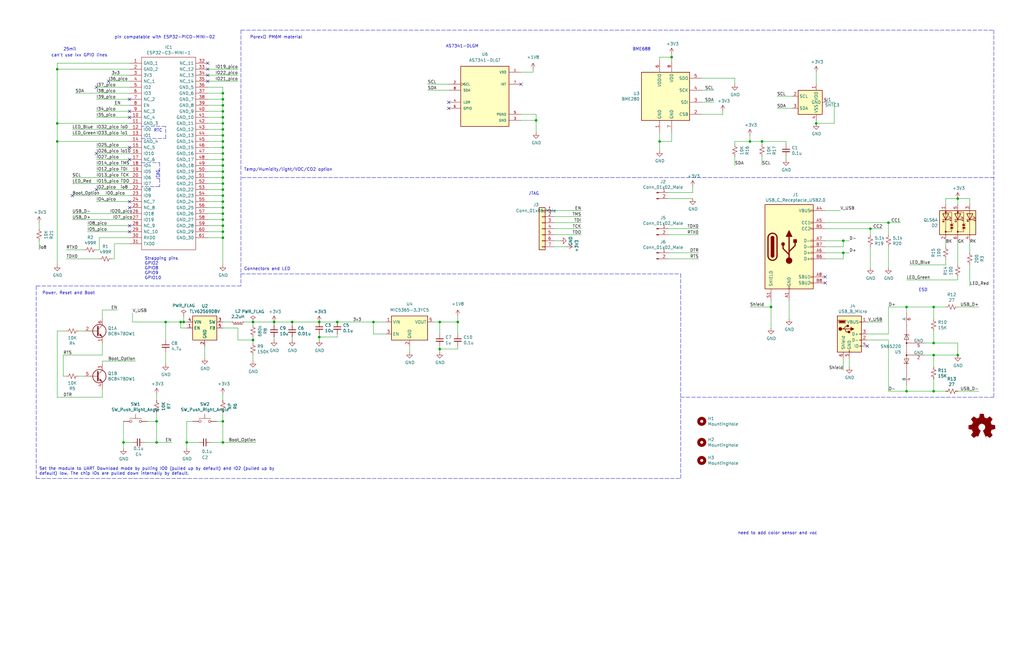
<source format=kicad_sch>
(kicad_sch (version 20211123) (generator eeschema)
  (paper "USLedger")
  (title_block (title "Twig - Temp and Humidity sensor") (date "2021-10-24") (rev "0.3") (company "Juniper Garden") (comment 1 "Designed by Lawrence Kincheloe") (comment 2 "Released under: https://creativecommons.org/licenses/by-sa/4.0/") (comment 3 "http://JuniperGarden.co"))
  (junction (at 93.98 74.93))
  (junction (at 76.2 135.89))
  (junction (at 93.98 72.39))
  (junction (at 24.13 52.07))
  (junction (at 93.98 177.8))
  (junction (at 393.7 165.1))
  (junction (at 382.27 165.1))
  (junction (at 24.13 29.21))
  (junction (at 193.04 135.89))
  (junction (at 93.98 52.07))
  (junction (at 66.04 186.69))
  (junction (at 52.07 186.69))
  (junction (at 374.65 93.98))
  (junction (at 93.98 186.69))
  (junction (at 278.13 59.69))
  (junction (at 93.98 57.15))
  (junction (at 185.42 147.32))
  (junction (at 134.62 135.89))
  (junction (at 403.86 83.82))
  (junction (at 393.7 129.54))
  (junction (at 93.98 85.09))
  (junction (at 93.98 82.55))
  (junction (at 93.98 97.79))
  (junction (at 157.48 135.89))
  (junction (at 93.98 59.69))
  (junction (at 106.68 143.51))
  (junction (at 344.17 52.07))
  (junction (at 69.85 135.89))
  (junction (at 93.98 46.99))
  (junction (at 93.98 41.91))
  (junction (at 393.7 144.78))
  (junction (at 93.98 44.45))
  (junction (at 93.98 69.85))
  (junction (at 403.86 149.86))
  (junction (at 325.12 129.54))
  (junction (at 115.57 135.89))
  (junction (at 321.31 59.69))
  (junction (at 93.98 95.25))
  (junction (at 93.98 49.53))
  (junction (at 93.98 92.71))
  (junction (at 77.47 135.89))
  (junction (at 93.98 90.17))
  (junction (at 93.98 87.63))
  (junction (at 367.03 96.52))
  (junction (at 142.24 135.89))
  (junction (at 93.98 39.37))
  (junction (at 316.23 59.69))
  (junction (at 78.74 186.69))
  (junction (at 93.98 77.47))
  (junction (at 283.21 24.13))
  (junction (at 355.6 101.6))
  (junction (at 106.68 135.89))
  (junction (at 134.62 142.24))
  (junction (at 185.42 135.89))
  (junction (at 355.6 106.68))
  (junction (at 93.98 100.33))
  (junction (at 123.19 135.89))
  (junction (at 393.7 149.86))
  (junction (at 93.98 62.23))
  (junction (at 24.13 59.69))
  (junction (at 93.98 80.01))
  (junction (at 93.98 64.77))
  (junction (at 226.06 50.8))
  (junction (at 66.04 177.8))
  (junction (at 93.98 54.61))
  (junction (at 93.98 67.31))
  (junction (at 382.27 129.54))
  (no_connect (at 87.63 34.29))
  (no_connect (at 45.72 34.29))
  (no_connect (at 54.61 41.91))
  (no_connect (at 54.61 95.25))
  (no_connect (at 347.98 119.38))
  (no_connect (at 54.61 49.53))
  (no_connect (at 87.63 26.67))
  (no_connect (at 54.61 87.63))
  (no_connect (at 54.61 46.99))
  (no_connect (at 347.98 116.84))
  (no_connect (at 54.61 97.79))
  (no_connect (at 189.23 45.72))
  (no_connect (at 219.71 35.56))
  (no_connect (at 189.23 43.18))
  (no_connect (at 54.61 62.23))
  (no_connect (at 54.61 85.09))
  (no_connect (at 87.63 31.75))
  (no_connect (at 365.76 146.05))
  (no_connect (at 40.64 80.01))
  (no_connect (at 30.48 82.55))
  (no_connect (at 40.64 64.77))
  (no_connect (at 40.64 36.83))
  (no_connect (at 87.63 29.21))
  (no_connect (at 54.61 67.31))
  (wire (pts (xy 398.78 86.36) (xy 398.78 83.82)))
  (wire (pts (xy 93.98 74.93) (xy 93.98 72.39)))
  (wire (pts (xy 93.98 54.61) (xy 93.98 52.07)))
  (wire (pts (xy 351.79 43.18) (xy 351.79 52.07)))
  (wire (pts (xy 389.89 144.78) (xy 393.7 144.78)))
  (wire (pts (xy 123.19 142.24) (xy 123.19 143.51)))
  (wire (pts (xy 193.04 147.32) (xy 185.42 147.32)))
  (wire (pts (xy 226.06 50.8) (xy 226.06 55.88)))
  (wire (pts (xy 26.67 149.86) (xy 43.18 149.86)))
  (wire (pts (xy 54.61 52.07) (xy 24.13 52.07)))
  (wire (pts (xy 87.63 44.45) (xy 93.98 44.45)))
  (wire (pts (xy 123.19 135.89) (xy 134.62 135.89)))
  (wire (pts (xy 142.24 142.24) (xy 134.62 142.24)))
  (wire (pts (xy 347.98 96.52) (xy 367.03 96.52)))
  (wire (pts (xy 40.64 85.09) (xy 54.61 85.09)))
  (wire (pts (xy 30.48 82.55) (xy 54.61 82.55)))
  (wire (pts (xy 106.68 143.51) (xy 106.68 144.78)))
  (wire (pts (xy 16.51 93.98) (xy 16.51 96.52)))
  (wire (pts (xy 351.79 52.07) (xy 344.17 52.07)))
  (polyline (pts (xy 69.85 58.42) (xy 69.85 53.34)))
  (wire (pts (xy 331.47 59.69) (xy 331.47 60.96)))
  (wire (pts (xy 87.63 87.63) (xy 93.98 87.63)))
  (wire (pts (xy 374.65 93.98) (xy 379.73 93.98)))
  (wire (pts (xy 106.68 137.16) (xy 106.68 135.89)))
  (wire (pts (xy 41.91 109.22) (xy 27.94 109.22)))
  (wire (pts (xy 87.63 69.85) (xy 93.98 69.85)))
  (wire (pts (xy 43.18 167.64) (xy 43.18 163.83)))
  (wire (pts (xy 33.02 158.75) (xy 35.56 158.75)))
  (wire (pts (xy 93.98 52.07) (xy 93.98 49.53)))
  (wire (pts (xy 40.64 46.99) (xy 54.61 46.99)))
  (wire (pts (xy 87.63 100.33) (xy 93.98 100.33)))
  (wire (pts (xy 185.42 135.89) (xy 193.04 135.89)))
  (wire (pts (xy 398.78 111.76) (xy 398.78 109.22)))
  (wire (pts (xy 48.26 102.87) (xy 48.26 109.22)))
  (wire (pts (xy 43.18 130.81) (xy 49.53 130.81)))
  (wire (pts (xy 398.78 104.14) (xy 398.78 101.6)))
  (wire (pts (xy 245.11 91.44) (xy 233.68 91.44)))
  (wire (pts (xy 40.64 36.83) (xy 54.61 36.83)))
  (wire (pts (xy 43.18 134.62) (xy 43.18 130.81)))
  (wire (pts (xy 76.2 135.89) (xy 77.47 135.89)))
  (wire (pts (xy 224.79 30.48) (xy 219.71 30.48)))
  (wire (pts (xy 283.21 24.13) (xy 283.21 25.4)))
  (wire (pts (xy 87.63 77.47) (xy 93.98 77.47)))
  (polyline (pts (xy 67.31 68.58) (xy 67.31 78.74)))
  (wire (pts (xy 193.04 146.05) (xy 193.04 147.32)))
  (wire (pts (xy 24.13 111.76) (xy 24.13 59.69)))
  (wire (pts (xy 87.63 31.75) (xy 100.33 31.75)))
  (wire (pts (xy 393.7 129.54) (xy 382.27 129.54)))
  (wire (pts (xy 309.88 60.96) (xy 309.88 59.69)))
  (wire (pts (xy 66.04 186.69) (xy 72.39 186.69)))
  (wire (pts (xy 93.98 39.37) (xy 93.98 36.83)))
  (wire (pts (xy 347.98 106.68) (xy 355.6 106.68)))
  (wire (pts (xy 86.36 151.13) (xy 86.36 146.05)))
  (wire (pts (xy 78.74 138.43) (xy 76.2 138.43)))
  (wire (pts (xy 87.63 67.31) (xy 93.98 67.31)))
  (wire (pts (xy 24.13 139.7) (xy 24.13 167.64)))
  (wire (pts (xy 193.04 133.35) (xy 193.04 135.89)))
  (wire (pts (xy 91.44 177.8) (xy 93.98 177.8)))
  (wire (pts (xy 115.57 142.24) (xy 115.57 143.51)))
  (wire (pts (xy 403.86 149.86) (xy 393.7 149.86)))
  (wire (pts (xy 219.71 48.26) (xy 226.06 48.26)))
  (wire (pts (xy 278.13 55.88) (xy 278.13 59.69)))
  (wire (pts (xy 283.21 24.13) (xy 278.13 24.13)))
  (wire (pts (xy 54.61 102.87) (xy 48.26 102.87)))
  (wire (pts (xy 66.04 173.99) (xy 66.04 177.8)))
  (wire (pts (xy 93.98 186.69) (xy 107.95 186.69)))
  (wire (pts (xy 367.03 96.52) (xy 372.11 96.52)))
  (wire (pts (xy 283.21 22.86) (xy 283.21 24.13)))
  (wire (pts (xy 60.96 186.69) (xy 66.04 186.69)))
  (wire (pts (xy 358.14 151.13) (xy 358.14 154.94)))
  (wire (pts (xy 30.48 90.17) (xy 54.61 90.17)))
  (wire (pts (xy 185.42 147.32) (xy 185.42 148.59)))
  (wire (pts (xy 93.98 111.76) (xy 93.98 100.33)))
  (wire (pts (xy 88.9 186.69) (xy 93.98 186.69)))
  (wire (pts (xy 100.33 138.43) (xy 100.33 143.51)))
  (wire (pts (xy 81.28 177.8) (xy 78.74 177.8)))
  (wire (pts (xy 281.94 81.28) (xy 292.1 81.28)))
  (wire (pts (xy 142.24 140.97) (xy 142.24 142.24)))
  (wire (pts (xy 292.1 78.74) (xy 292.1 81.28)))
  (wire (pts (xy 30.48 57.15) (xy 54.61 57.15)))
  (wire (pts (xy 172.72 146.05) (xy 172.72 148.59)))
  (wire (pts (xy 87.63 54.61) (xy 93.98 54.61)))
  (wire (pts (xy 403.86 83.82) (xy 408.94 83.82)))
  (wire (pts (xy 332.74 134.62) (xy 332.74 127)))
  (wire (pts (xy 40.64 67.31) (xy 54.61 67.31)))
  (wire (pts (xy 142.24 135.89) (xy 157.48 135.89)))
  (wire (pts (xy 309.88 33.02) (xy 309.88 35.56)))
  (wire (pts (xy 316.23 57.15) (xy 316.23 59.69)))
  (wire (pts (xy 309.88 66.04) (xy 309.88 69.85)))
  (wire (pts (xy 87.63 92.71) (xy 93.98 92.71)))
  (wire (pts (xy 245.11 93.98) (xy 233.68 93.98)))
  (wire (pts (xy 30.48 54.61) (xy 54.61 54.61)))
  (wire (pts (xy 87.63 72.39) (xy 93.98 72.39)))
  (wire (pts (xy 233.68 101.6) (xy 236.22 101.6)))
  (wire (pts (xy 157.48 140.97) (xy 157.48 135.89)))
  (wire (pts (xy 374.65 93.98) (xy 374.65 99.06)))
  (wire (pts (xy 54.61 59.69) (xy 24.13 59.69)))
  (wire (pts (xy 93.98 177.8) (xy 93.98 186.69)))
  (wire (pts (xy 54.61 26.67) (xy 24.13 26.67)))
  (wire (pts (xy 93.98 82.55) (xy 93.98 80.01)))
  (wire (pts (xy 40.64 69.85) (xy 54.61 69.85)))
  (wire (pts (xy 403.86 144.78) (xy 403.86 149.86)))
  (polyline (pts (xy 101.6 115.57) (xy 287.02 115.57)))
  (wire (pts (xy 93.98 77.47) (xy 93.98 74.93)))
  (wire (pts (xy 102.87 135.89) (xy 106.68 135.89)))
  (wire (pts (xy 78.74 177.8) (xy 78.74 186.69)))
  (wire (pts (xy 283.21 59.69) (xy 278.13 59.69)))
  (wire (pts (xy 185.42 146.05) (xy 185.42 147.32)))
  (wire (pts (xy 55.88 132.08) (xy 55.88 135.89)))
  (wire (pts (xy 87.63 52.07) (xy 93.98 52.07)))
  (wire (pts (xy 355.6 106.68) (xy 358.14 106.68)))
  (wire (pts (xy 389.89 149.86) (xy 393.7 149.86)))
  (wire (pts (xy 398.78 129.54) (xy 393.7 129.54)))
  (wire (pts (xy 134.62 135.89) (xy 142.24 135.89)))
  (wire (pts (xy 27.94 139.7) (xy 24.13 139.7)))
  (wire (pts (xy 40.64 41.91) (xy 54.61 41.91)))
  (wire (pts (xy 41.91 100.33) (xy 41.91 105.41)))
  (wire (pts (xy 283.21 55.88) (xy 283.21 59.69)))
  (wire (pts (xy 54.61 97.79) (xy 36.83 97.79)))
  (wire (pts (xy 344.17 52.07) (xy 344.17 50.8)))
  (wire (pts (xy 295.91 38.1) (xy 300.99 38.1)))
  (wire (pts (xy 233.68 104.14) (xy 238.76 104.14)))
  (wire (pts (xy 321.31 59.69) (xy 331.47 59.69)))
  (wire (pts (xy 355.6 101.6) (xy 347.98 101.6)))
  (polyline (pts (xy 69.85 53.34) (xy 59.69 53.34)))
  (wire (pts (xy 331.47 67.31) (xy 331.47 66.04)))
  (wire (pts (xy 100.33 143.51) (xy 106.68 143.51)))
  (wire (pts (xy 36.83 95.25) (xy 54.61 95.25)))
  (wire (pts (xy 87.63 80.01) (xy 93.98 80.01)))
  (wire (pts (xy 40.64 72.39) (xy 54.61 72.39)))
  (wire (pts (xy 115.57 135.89) (xy 106.68 135.89)))
  (wire (pts (xy 374.65 143.51) (xy 365.76 143.51)))
  (wire (pts (xy 78.74 186.69) (xy 78.74 189.23)))
  (wire (pts (xy 69.85 148.59) (xy 69.85 153.67)))
  (wire (pts (xy 382.27 118.11) (xy 403.86 118.11)))
  (wire (pts (xy 325.12 129.54) (xy 316.23 129.54)))
  (wire (pts (xy 245.11 96.52) (xy 233.68 96.52)))
  (polyline (pts (xy 419.1 74.93) (xy 101.6 74.93)))
  (wire (pts (xy 87.63 62.23) (xy 93.98 62.23)))
  (wire (pts (xy 374.65 140.97) (xy 365.76 140.97)))
  (wire (pts (xy 115.57 135.89) (xy 123.19 135.89)))
  (wire (pts (xy 355.6 109.22) (xy 355.6 106.68)))
  (wire (pts (xy 347.98 109.22) (xy 355.6 109.22)))
  (wire (pts (xy 309.88 59.69) (xy 316.23 59.69)))
  (wire (pts (xy 93.98 100.33) (xy 93.98 97.79)))
  (polyline (pts (xy 15.24 201.93) (xy 287.02 201.93)))
  (wire (pts (xy 93.98 46.99) (xy 93.98 44.45)))
  (wire (pts (xy 43.18 153.67) (xy 43.18 152.4)))
  (wire (pts (xy 87.63 57.15) (xy 93.98 57.15)))
  (wire (pts (xy 93.98 67.31) (xy 93.98 64.77)))
  (wire (pts (xy 295.91 48.26) (xy 304.8 48.26)))
  (polyline (pts (xy 15.24 120.65) (xy 15.24 201.93)))
  (wire (pts (xy 304.8 46.99) (xy 304.8 48.26)))
  (wire (pts (xy 83.82 186.69) (xy 78.74 186.69)))
  (wire (pts (xy 93.98 135.89) (xy 97.79 135.89)))
  (wire (pts (xy 66.04 177.8) (xy 66.04 186.69)))
  (wire (pts (xy 355.6 101.6) (xy 358.14 101.6)))
  (wire (pts (xy 245.11 99.06) (xy 233.68 99.06)))
  (wire (pts (xy 245.11 88.9) (xy 233.68 88.9)))
  (wire (pts (xy 278.13 24.13) (xy 278.13 25.4)))
  (wire (pts (xy 393.7 149.86) (xy 393.7 154.94)))
  (wire (pts (xy 349.25 43.18) (xy 351.79 43.18)))
  (wire (pts (xy 115.57 137.16) (xy 115.57 135.89)))
  (wire (pts (xy 180.34 35.56) (xy 189.23 35.56)))
  (wire (pts (xy 316.23 59.69) (xy 321.31 59.69)))
  (wire (pts (xy 321.31 66.04) (xy 321.31 69.85)))
  (wire (pts (xy 374.65 129.54) (xy 374.65 140.97)))
  (wire (pts (xy 77.47 135.89) (xy 78.74 135.89)))
  (polyline (pts (xy 287.02 167.64) (xy 419.1 167.64)))
  (wire (pts (xy 33.02 139.7) (xy 35.56 139.7)))
  (wire (pts (xy 281.94 96.52) (xy 294.64 96.52)))
  (wire (pts (xy 292.1 83.82) (xy 281.94 83.82)))
  (wire (pts (xy 69.85 135.89) (xy 76.2 135.89)))
  (wire (pts (xy 383.54 111.76) (xy 398.78 111.76)))
  (wire (pts (xy 93.98 49.53) (xy 93.98 46.99)))
  (wire (pts (xy 93.98 69.85) (xy 93.98 67.31)))
  (wire (pts (xy 157.48 135.89) (xy 162.56 135.89)))
  (wire (pts (xy 393.7 129.54) (xy 393.7 134.62)))
  (wire (pts (xy 54.61 34.29) (xy 45.72 34.29)))
  (wire (pts (xy 87.63 82.55) (xy 93.98 82.55)))
  (wire (pts (xy 69.85 143.51) (xy 69.85 135.89)))
  (wire (pts (xy 398.78 165.1) (xy 393.7 165.1)))
  (wire (pts (xy 278.13 63.5) (xy 278.13 59.69)))
  (wire (pts (xy 382.27 165.1) (xy 374.65 165.1)))
  (wire (pts (xy 374.65 104.14) (xy 374.65 113.03)))
  (wire (pts (xy 100.33 29.21) (xy 87.63 29.21)))
  (wire (pts (xy 76.2 138.43) (xy 76.2 135.89)))
  (wire (pts (xy 193.04 135.89) (xy 193.04 140.97)))
  (wire (pts (xy 100.33 34.29) (xy 87.63 34.29)))
  (wire (pts (xy 325.12 127) (xy 325.12 129.54)))
  (wire (pts (xy 54.61 49.53) (xy 40.64 49.53)))
  (wire (pts (xy 52.07 177.8) (xy 52.07 186.69)))
  (wire (pts (xy 62.23 177.8) (xy 66.04 177.8)))
  (wire (pts (xy 77.47 133.35) (xy 77.47 135.89)))
  (wire (pts (xy 321.31 60.96) (xy 321.31 59.69)))
  (wire (pts (xy 93.98 44.45) (xy 93.98 41.91)))
  (wire (pts (xy 185.42 135.89) (xy 185.42 140.97)))
  (wire (pts (xy 344.17 30.48) (xy 344.17 35.56)))
  (wire (pts (xy 87.63 97.79) (xy 93.98 97.79)))
  (wire (pts (xy 93.98 64.77) (xy 93.98 62.23)))
  (wire (pts (xy 325.12 129.54) (xy 325.12 138.43)))
  (wire (pts (xy 54.61 100.33) (xy 41.91 100.33)))
  (wire (pts (xy 374.65 165.1) (xy 374.65 143.51)))
  (wire (pts (xy 40.64 64.77) (xy 54.61 64.77)))
  (wire (pts (xy 43.18 149.86) (xy 43.18 144.78)))
  (polyline (pts (xy 59.69 58.42) (xy 69.85 58.42)))
  (wire (pts (xy 40.64 62.23) (xy 54.61 62.23)))
  (wire (pts (xy 27.94 158.75) (xy 26.67 158.75)))
  (wire (pts (xy 93.98 90.17) (xy 93.98 87.63)))
  (wire (pts (xy 226.06 48.26) (xy 226.06 50.8)))
  (wire (pts (xy 24.13 167.64) (xy 43.18 167.64)))
  (wire (pts (xy 403.86 118.11) (xy 403.86 116.84)))
  (wire (pts (xy 106.68 143.51) (xy 106.68 142.24)))
  (wire (pts (xy 41.91 105.41) (xy 40.64 105.41)))
  (wire (pts (xy 403.86 144.78) (xy 393.7 144.78)))
  (wire (pts (xy 382.27 129.54) (xy 374.65 129.54)))
  (wire (pts (xy 93.98 80.01) (xy 93.98 77.47)))
  (polyline (pts (xy 101.6 12.7) (xy 101.6 120.65)))
  (wire (pts (xy 87.63 64.77) (xy 93.98 64.77)))
  (wire (pts (xy 408.94 83.82) (xy 408.94 86.36)))
  (wire (pts (xy 93.98 87.63) (xy 93.98 85.09)))
  (wire (pts (xy 24.13 29.21) (xy 24.13 26.67)))
  (wire (pts (xy 87.63 85.09) (xy 93.98 85.09)))
  (wire (pts (xy 294.64 106.68) (xy 281.94 106.68)))
  (wire (pts (xy 30.48 77.47) (xy 54.61 77.47)))
  (wire (pts (xy 347.98 104.14) (xy 355.6 104.14)))
  (wire (pts (xy 403.86 129.54) (xy 412.75 129.54)))
  (wire (pts (xy 398.78 83.82) (xy 403.86 83.82)))
  (wire (pts (xy 93.98 62.23) (xy 93.98 59.69)))
  (wire (pts (xy 393.7 144.78) (xy 393.7 139.7)))
  (wire (pts (xy 367.03 104.14) (xy 367.03 113.03)))
  (wire (pts (xy 106.68 149.86) (xy 106.68 152.4)))
  (wire (pts (xy 219.71 50.8) (xy 226.06 50.8)))
  (wire (pts (xy 295.91 33.02) (xy 309.88 33.02)))
  (wire (pts (xy 367.03 96.52) (xy 367.03 99.06)))
  (wire (pts (xy 87.63 74.93) (xy 93.98 74.93)))
  (wire (pts (xy 134.62 142.24) (xy 134.62 143.51)))
  (polyline (pts (xy 101.6 120.65) (xy 15.24 120.65)))
  (wire (pts (xy 93.98 57.15) (xy 93.98 54.61)))
  (wire (pts (xy 31.75 39.37) (xy 54.61 39.37)))
  (wire (pts (xy 52.07 186.69) (xy 55.88 186.69)))
  (wire (pts (xy 412.75 165.1) (xy 403.86 165.1)))
  (wire (pts (xy 93.98 36.83) (xy 87.63 36.83)))
  (wire (pts (xy 54.61 29.21) (xy 24.13 29.21)))
  (wire (pts (xy 66.04 166.37) (xy 66.04 168.91)))
  (wire (pts (xy 87.63 39.37) (xy 93.98 39.37)))
  (wire (pts (xy 408.94 106.68) (xy 408.94 101.6)))
  (wire (pts (xy 382.27 129.54) (xy 382.27 132.08)))
  (wire (pts (xy 93.98 72.39) (xy 93.98 69.85)))
  (wire (pts (xy 182.88 135.89) (xy 185.42 135.89)))
  (wire (pts (xy 87.63 90.17) (xy 93.98 90.17)))
  (wire (pts (xy 134.62 140.97) (xy 134.62 142.24)))
  (wire (pts (xy 93.98 85.09) (xy 93.98 82.55)))
  (wire (pts (xy 347.98 88.9) (xy 354.33 88.9)))
  (polyline (pts (xy 287.02 115.57) (xy 287.02 201.93)))
  (wire (pts (xy 382.27 165.1) (xy 382.27 162.56)))
  (wire (pts (xy 46.99 109.22) (xy 48.26 109.22)))
  (wire (pts (xy 26.67 158.75) (xy 26.67 149.86)))
  (wire (pts (xy 327.66 40.64) (xy 334.01 40.64)))
  (wire (pts (xy 24.13 52.07) (xy 24.13 29.21)))
  (wire (pts (xy 87.63 49.53) (xy 93.98 49.53)))
  (wire (pts (xy 16.51 105.41) (xy 16.51 101.6)))
  (wire (pts (xy 355.6 104.14) (xy 355.6 101.6)))
  (wire (pts (xy 55.88 135.89) (xy 69.85 135.89)))
  (wire (pts (xy 30.48 74.93) (xy 54.61 74.93)))
  (wire (pts (xy 43.18 152.4) (xy 57.15 152.4)))
  (wire (pts (xy 27.94 105.41) (xy 35.56 105.41)))
  (wire (pts (xy 393.7 160.02) (xy 393.7 165.1)))
  (wire (pts (xy 347.98 93.98) (xy 374.65 93.98)))
  (wire (pts (xy 24.13 59.69) (xy 24.13 52.07)))
  (wire (pts (xy 54.61 44.45) (xy 48.26 44.45)))
  (wire (pts (xy 93.98 59.69) (xy 93.98 57.15)))
  (polyline (pts (xy 67.31 78.74) (xy 59.69 78.74)))
  (wire (pts (xy 327.66 45.72) (xy 334.01 45.72)))
  (polyline (pts (xy 59.69 68.58) (xy 67.31 68.58)))
  (wire (pts (xy 30.48 92.71) (xy 54.61 92.71)))
  (wire (pts (xy 93.98 97.79) (xy 93.98 95.25)))
  (wire (pts (xy 87.63 46.99) (xy 93.98 46.99)))
  (wire (pts (xy 403.86 83.82) (xy 403.86 86.36)))
  (wire (pts (xy 162.56 140.97) (xy 157.48 140.97)))
  (wire (pts (xy 408.94 111.76) (xy 408.94 120.65)))
  (wire (pts (xy 300.99 43.18) (xy 295.91 43.18)))
  (wire (pts (xy 46.99 31.75) (xy 54.61 31.75)))
  (wire (pts (xy 93.98 92.71) (xy 93.98 90.17)))
  (wire (pts (xy 123.19 135.89) (xy 123.19 137.16)))
  (wire (pts (xy 93.98 138.43) (xy 100.33 138.43)))
  (wire (pts (xy 281.94 109.22) (xy 294.64 109.22)))
  (wire (pts (xy 93.98 41.91) (xy 93.98 39.37)))
  (polyline (pts (xy 101.6 12.7) (xy 419.1 12.7)))
  (wire (pts (xy 93.98 166.37) (xy 93.98 168.91)))
  (wire (pts (xy 87.63 41.91) (xy 93.98 41.91)))
  (polyline (pts (xy 419.1 12.7) (xy 419.1 167.64)))
  (wire (pts (xy 40.64 80.01) (xy 54.61 80.01)))
  (wire (pts (xy 52.07 186.69) (xy 52.07 189.23)))
  (wire (pts (xy 365.76 135.89) (xy 372.11 135.89)))
  (wire (pts (xy 393.7 165.1) (xy 382.27 165.1)))
  (wire (pts (xy 87.63 59.69) (xy 93.98 59.69)))
  (wire (pts (xy 93.98 95.25) (xy 93.98 92.71)))
  (wire (pts (xy 180.34 38.1) (xy 189.23 38.1)))
  (wire (pts (xy 294.64 99.06) (xy 281.94 99.06)))
  (wire (pts (xy 355.6 151.13) (xy 355.6 156.21)))
  (wire (pts (xy 224.79 29.21) (xy 224.79 30.48)))
  (wire (pts (xy 87.63 95.25) (xy 93.98 95.25)))
  (wire (pts (xy 403.86 101.6) (xy 403.86 111.76)))
  (wire (pts (xy 93.98 177.8) (xy 93.98 173.99)))
  (text "AS7341-DLGM" (at 187.96 20.32 0) (effects (font (size 1.27 1.27)) (justify left bottom)))
  (text "BME688" (at 266.7 21.59 0) (effects (font (size 1.27 1.27)) (justify left bottom)))
  (text "ESD " (at 387.35 123.19 0) (effects (font (size 1.27 1.27)) (justify left bottom)))
  (text "need to add color sensor and voc\n\n		" (at 311.15 229.87 0) (effects (font (size 1.27 1.27)) (justify left bottom)))
  (text "JTAG\n" (at 227.33 82.55 180) (effects (font (size 1.27 1.27)) (justify right bottom)))
  (text "Set the module to UART Download mode by pulling IO0 (pulled up by default) and IO2 (pulled up by\ndefault) low. The chip IOs are pulled down internally by default." (at 16.51 200.66 0) (effects (font (size 1.27 1.27)) (justify left bottom)))
  (text "pin compatable with ESP32-PICO-MINI-02" (at 48.26 16.51 0) (effects (font (size 1.27 1.27)) (justify left bottom)))
  (text "Power, Reset and Boot" (at 17.78 124.46 0) (effects (font (size 1.27 1.27)) (justify left bottom)))
  (text "25mil" (at 26.67 21.59 0) (effects (font (size 1.27 1.27)) (justify left bottom)))
  (text "Strapping pins\nGPIO2\nGPIO8\nGPIO9\nGPIO10\n" (at 60.96 118.11 0) (effects (font (size 1.27 1.27)) (justify left bottom)))
  (text "Connectors and LED" (at 102.87 114.3 0) (effects (font (size 1.27 1.27)) (justify left bottom)))
  (text "RTC\n" (at 64.77 55.88 0) (effects (font (size 1.27 1.27)) (justify left bottom)))
  (text "JTAG\n" (at 67.31 76.2 90) (effects (font (size 1.27 1.27)) (justify left bottom)))
  (text "Temp/Humidity/light/VOC/CO2 option" (at 102.87 72.39 0) (effects (font (size 1.27 1.27)) (justify left bottom)))
  (text "Porex™ PM6M material\n" (at 105.41 16.51 0) (effects (font (size 1.27 1.27)) (justify left bottom)))
  (text "can't use Ixx GPIO lines" (at 21.59 24.13 0) (effects (font (size 1.27 1.27)) (justify left bottom)))
  (label "D-" (at 374.65 165.1 0))
  (label "V_USB" (at 354.33 88.9 0))
  (label "LED_Red" (at 408.94 120.65 0))
  (label "I38_pico" (at 40.64 39.37 0))
  (label "CC2" (at 372.11 96.52 180))
  (label "IO5_pico" (at 36.83 97.79 0))
  (label "I37_pico" (at 40.64 36.83 0))
  (label "I34_pico" (at 40.64 46.99 0))
  (label "IO22_pico" (at 100.33 31.75 180))
  (label "LED_Green" (at 30.48 57.15 0))
  (label "IO7_pico" (at 55.88 92.71 180))
  (label "SDA" (at 327.66 45.72 0))
  (label "IO32_pico" (at 40.64 54.61 0))
  (label "io10" (at 50.8 64.77 0))
  (label "BK" (at 398.78 102.87 0))
  (label "CC1" (at 379.73 93.98 180))
  (label "IO25_pico" (at 40.64 62.23 0))
  (label "Shield" (at 316.23 129.54 0))
  (label "TDO" (at 50.8 77.47 0))
  (label "IO4_pico" (at 40.64 85.09 0))
  (label "USB_D+" (at 30.48 92.71 0))
  (label "USB_D-" (at 412.75 165.1 180))
  (label "EN" (at 48.26 44.45 0))
  (label "EN" (at 72.39 186.69 180))
  (label "IO12_pico" (at 40.64 72.39 0))
  (label "Shield" (at 355.6 156.21 180))
  (label "IO8_pico" (at 36.83 95.25 0))
  (label "GK" (at 403.86 102.87 0))
  (label "SDA" (at 300.99 43.18 180))
  (label "RTS" (at 294.64 109.22 180))
  (label "LED_Blue" (at 30.48 54.61 0))
  (label "IO13_pico" (at 40.64 74.93 0))
  (label "USB_D+" (at 412.75 129.54 180))
  (label "io8" (at 50.8 80.01 0))
  (label "TCK" (at 245.11 96.52 180))
  (label "LED_Blue" (at 383.54 111.76 0))
  (label "IO0_pico" (at 44.45 82.55 0))
  (label "SCL" (at 327.66 40.64 0))
  (label "SDA" (at 180.34 38.1 0))
  (label "I35_pico" (at 40.64 49.53 0))
  (label "3v3" (at 46.99 31.75 0))
  (label "SCL" (at 321.31 69.85 0))
  (label "SCL" (at 30.48 74.93 0))
  (label "USB_D-" (at 30.48 90.17 0))
  (label "IO26_pico" (at 40.64 64.77 0))
  (label "RTX0" (at 27.94 105.41 0))
  (label "IO19_pico" (at 100.33 29.21 180))
  (label "IO14_pico" (at 40.64 69.85 0))
  (label "TDX0" (at 27.94 109.22 0))
  (label "LED_Green" (at 382.27 118.11 0))
  (label "io0" (at 50.8 54.61 0))
  (label "IO2_pico" (at 40.64 80.01 0))
  (label "EN" (at 49.53 130.81 180))
  (label "D+" (at 358.14 106.68 0))
  (label "RTX0" (at 294.64 99.06 180))
  (label "V_USB" (at 55.88 132.08 0))
  (label "RK" (at 408.94 102.87 0))
  (label "Boot_Option" (at 57.15 152.4 180))
  (label "EN" (at 245.11 88.9 180))
  (label "IO27_pico" (at 40.64 67.31 0))
  (label "SCL" (at 180.34 35.56 0))
  (label "TDX0" (at 294.64 96.52 180))
  (label "V_USB" (at 372.11 135.89 180))
  (label "D-" (at 358.14 101.6 0))
  (label "SCL" (at 300.99 38.1 180))
  (label "DTR" (at 294.64 106.68 180))
  (label "IO33_pico" (at 40.64 57.15 0))
  (label "I36_pico" (at 45.72 34.29 0))
  (label "io1" (at 50.8 57.15 0))
  (label "IO20_pico" (at 55.88 90.17 180))
  (label "I39_pico" (at 40.64 41.91 0))
  (label "Boot_Option" (at 30.48 82.55 0))
  (label "3v3" (at 152.4 135.89 180))
  (label "TDI" (at 245.11 93.98 180))
  (label "TDI" (at 50.8 72.39 0))
  (label "TMS" (at 245.11 91.44 180))
  (label "RTS" (at 26.67 149.86 0))
  (label "Boot_Option" (at 107.95 186.69 180))
  (label "TDO" (at 245.11 99.06 180))
  (label "IO21_pico" (at 100.33 34.29 180))
  (label "TCK" (at 50.8 74.93 0))
  (label "io8" (at 16.51 105.41 0))
  (label "IO15_pico" (at 40.64 77.47 0))
  (label "SDA" (at 31.75 39.37 0))
  (label "SDA" (at 309.88 69.85 0))
  (label "D+" (at 374.65 129.54 0))
  (label "LED_Red" (at 30.48 77.47 0))
  (label "DTR" (at 26.67 167.64 0))
  (label "TMS" (at 50.8 69.85 0))
  (symbol (lib_id "ESP32-C3-MINI-1:ESP32-C3-MINI-1") (at 54.61 26.67 0) (unit 1)
    (property "Reference" "IC1" (at 71.12 19.939 0))
    (property "Value" "ESP32-C3-MINI-1" (at 71.12 22.2504 0))
    (property "Footprint" "Twig:ESP32C3MINI1" (effects hide))
    (property "Datasheet" "https://www.espressif.com/sites/default/files/documentation/esp32-c3-mini-1_datasheet_en.pdf" (effects hide))
    (property "Description" "Smallsized module with onboard PCB antenna" (effects hide))
    (property "Height" "2.55" (effects hide))
    (property "Manufacturer_Name" "Espressif Systems" (effects hide))
    (property "Manufacturer_Part_Number" "ESP32-C3-MINI-1-H4" (effects hide))
    (property "Mouser Part Number" "356-ESP32-C3-MINI1H4" (effects hide))
    (property "Mouser Price/Stock" "$1.90/0" (effects hide))
    (property "Alternate Part Number 1" "ESP32-PICO-MINI-02" (effects hide))
  )
  (symbol (lib_id "temp-sensor-rescue:GND-power-temp-sensor-rescue") (at 93.98 111.76 0) (unit 1)
    (property "Reference" "#PWR012" (effects hide))
    (property "Value" "GND" (at 94.107 116.1542 0))
  )
  (symbol (lib_id "temp-sensor-rescue:GND-power-temp-sensor-rescue") (at 24.13 111.76 0) (unit 1)
    (property "Reference" "#PWR06" (effects hide))
    (property "Value" "GND" (at 24.257 116.1542 0))
  )
  (symbol (lib_id "temp-sensor-rescue:+3.3V-power-temp-sensor-rescue") (at 134.62 135.89 0) (unit 1)
    (property "Reference" "#PWR04" (effects hide))
    (property "Value" "+3.3V" (at 135.001 131.4958 0))
  )
  (symbol (lib_id "temp-sensor-rescue:BME280-Sensor-temp-sensor-rescue") (at 280.67 40.64 0) (unit 1)
    (property "Reference" "U3" (at 269.7734 39.4716 0) (effects (justify right)))
    (property "Value" "BME280" (at 269.7734 41.783 0) (effects (justify right)))
    (property "Footprint" "Package_LGA:Bosch_LGA-8_2.5x2.5mm_P0.65mm_ClockwisePinNumbering" (effects hide))
    (property "Datasheet" "https://ae-bst.resource.bosch.com/media/_tech/media/datasheets/BST-BME280-DS002.pdf" (effects hide))
    (property "Description" "MEMS humidity, pressure and temperature sensor" (effects hide))
    (property "Manufacturer_Name" "Bosch Sensortec" (effects hide))
    (property "Manufacturer_Part_Number" "BME280" (effects hide))
    (property "Mouser Part Number" "262-BME280" (effects hide))
    (property "Mouser Price/Stock" "$5.78/0" (effects hide))
  )
  (symbol (lib_id "twig:temp-sensor-rescue_USB_B_Micro-Connector") (at 358.14 140.97 0) (unit 1)
    (property "Reference" "J4" (at 359.5878 129.1082 0))
    (property "Value" "USB_B_Micro" (at 359.5878 131.4196 0))
    (property "Footprint" "Connector_USB:USB_Micro-B_Molex-105017-0001" (effects hide))
    (property "Datasheet" "https://www.mouser.com/datasheet/2/276/1/1050170001_IO_CONNECTORS-230168.pdf" (effects hide))
    (property "Description" "USB Connectors MICRO USB B RECPT BTTM MNT SMT TH TABS" (effects hide))
    (property "Manufacturer_Name" "Molex" (effects hide))
    (property "Manufacturer_Part_Number" "105017-0001" (effects hide))
    (property "Mouser Part Number" "538-105017-0001" (effects hide))
    (property "Mouser Price/Stock" "$0.88/15,819" (effects hide))
  )
  (symbol (lib_id "temp-sensor-rescue:+3.3V-power-temp-sensor-rescue") (at 283.21 22.86 0) (unit 1)
    (property "Reference" "#PWR020" (effects hide))
    (property "Value" "+3.3V" (at 283.591 18.4658 0))
  )
  (symbol (lib_id "temp-sensor-rescue:GND-power-temp-sensor-rescue") (at 278.13 63.5 0) (unit 1)
    (property "Reference" "#PWR019" (effects hide))
    (property "Value" "GND" (at 278.257 67.8942 0))
  )
  (symbol (lib_id "temp-sensor-rescue:C_Small-Device-temp-sensor-rescue") (at 142.24 138.43 0) (unit 1)
    (property "Reference" "C5" (at 144.5768 137.2616 0) (effects (justify left)))
    (property "Value" "0.1u" (at 144.5768 139.573 0) (effects (justify left)))
    (property "Footprint" "Capacitor_SMD:C_0603_1608Metric" (effects hide))
    (property "Datasheet" "https://www.mouser.com/datasheet/2/396/taiyo_yuden_12132018_mlcc11_hq_e-1510082.pdf" (effects hide))
    (property "Description" "Multilayer Ceramic Capacitors MLCC - SMD/SMT 0603 16VDC 0.1uF 10% X7R AEC-Q200" (effects hide))
    (property "Height" "0.9" (effects hide))
    (property "Manufacturer_Name" "Taiyo Yuden" (effects hide))
    (property "Manufacturer_Part_Number" "EMK107B7104KAHT" (effects hide))
    (property "Mouser Part Number" "963-EMK107B7104KAHT" (effects hide))
    (property "Mouser Price/Stock" "$0.10/110000" (effects hide))
  )
  (symbol (lib_id "temp-sensor-rescue:C_Small-Device-temp-sensor-rescue") (at 134.62 138.43 0) (unit 1)
    (property "Reference" "C3" (at 136.9568 137.2616 0) (effects (justify left)))
    (property "Value" "10u" (at 136.9568 139.573 0) (effects (justify left)))
    (property "Footprint" "Capacitor_SMD:C_1206_3216Metric_Pad1.42x1.75mm_HandSolder" (effects hide))
    (property "Datasheet" "https://www.mouser.com/datasheet/2/396/mlcc02_e-1307760.pdf" (effects hide))
    (property "Description" "Multilayer Ceramic Capacitors MLCC - SMD/SMT 0805 10VDC 10uF 20% X5R" (effects hide))
    (property "Manufacturer_Name" "Taiyo Yuden" (effects hide))
    (property "Manufacturer_Part_Number" "LMK212ABJ106MG-T" (effects hide))
    (property "Mouser Part Number" "963-LMK212ABJ106MG-T" (effects hide))
    (property "Mouser Price/Stock" "$0.13/104348" (effects hide))
  )
  (symbol (lib_id "Device:L_Core_Ferrite_Small") (at 100.33 135.89 90) (mirror x) (unit 1)
    (property "Reference" "L2" (at 100.33 131.2926 90))
    (property "Value" "2.2uH" (at 100.33 133.604 90))
    (property "Footprint" "Inductor_SMD:L_Taiyo-Yuden_MD-4040" (effects hide))
    (property "Datasheet" "https://www.mouser.com/datasheet/2/396/wound09_e-1396591.pdf" (effects hide))
    (property "Description" "Fixed Inductors 4040 2.2uH 79mOhms +/-20%Tol 2.8A HiCur" (effects hide))
    (property "Manufacturer_Name" "Taiyo Yuden" (effects hide))
    (property "Manufacturer_Part_Number" "MDMK4040T2R2MM" (effects hide))
    (property "Mouser Part Number" "963-MDMK4040T2R2MM" (effects hide))
    (property "Mouser Price/Stock" "	$0.78/678" (effects hide))
    (property "Height" "2" (effects hide))
  )
  (symbol (lib_id "Connector_Generic:Conn_01x07") (at 228.6 96.52 0) (mirror y) (unit 1)
    (property "Reference" "J3" (at 226.06 86.36 0))
    (property "Value" "Conn_01x06_Male" (at 226.06 88.9 0))
    (property "Footprint" "Connector_PinHeader_1.00mm:PinHeader_1x07_P1.00mm_Vertical_SMD_Pin1Right" (effects hide))
  )
  (symbol (lib_id "temp-sensor-rescue:GND-power-temp-sensor-rescue") (at 358.14 154.94 0) (unit 1)
    (property "Reference" "#PWR025" (effects hide))
    (property "Value" "GND" (at 358.267 159.3342 0))
  )
  (symbol (lib_id "temp-sensor-rescue:GND-power-temp-sensor-rescue") (at 134.62 143.51 0) (unit 1)
    (property "Reference" "#PWR05" (effects hide))
    (property "Value" "GND" (at 134.747 147.9042 0))
  )
  (symbol (lib_id "temp-sensor-rescue:C_Small-Device-temp-sensor-rescue") (at 58.42 186.69 90) (unit 1)
    (property "Reference" "C4" (at 58.42 191.77 90))
    (property "Value" "0.1u" (at 58.42 189.23 90))
    (property "Footprint" "Capacitor_SMD:C_0603_1608Metric" (effects hide))
    (property "Datasheet" "https://www.mouser.com/datasheet/2/396/taiyo_yuden_12132018_mlcc11_hq_e-1510082.pdf" (effects hide))
    (property "Description" "Multilayer Ceramic Capacitors MLCC - SMD/SMT 0603 16VDC 0.1uF 10% X7R AEC-Q200" (effects hide))
    (property "Height" "0.9" (effects hide))
    (property "Manufacturer_Name" "Taiyo Yuden" (effects hide))
    (property "Manufacturer_Part_Number" "EMK107B7104KAHT" (effects hide))
    (property "Mouser Part Number" "963-EMK107B7104KAHT" (effects hide))
    (property "Mouser Price/Stock" "$0.10/110000" (effects hide))
  )
  (symbol (lib_id "temp-sensor-rescue:R_Small_US-Device-temp-sensor-rescue") (at 66.04 171.45 180) (unit 1)
    (property "Reference" "R7" (at 71.247 171.45 90))
    (property "Value" "10K" (at 68.9356 171.45 90))
    (property "Footprint" "Resistor_SMD:R_0402_1005Metric" (effects hide))
    (property "Datasheet" "https://www.mouser.com/datasheet/2/447/Yageo_03_18_2021_PYu_RC_Group_51_RoHS_L_11-2199992.pdf" (effects hide))
    (property "Description" "Thick Film Resistors - SMD 10 kOhms 100 mW 0603 5%" (effects hide))
    (property "Manufacturer_Name" "Yageo" (effects hide))
    (property "Manufacturer_Part_Number" "ESR03EZPJ103" (effects hide))
    (property "Mouser Part Number" "755-ESR03EZPJ103" (effects hide))
    (property "Mouser Price/Stock" "$0.10/256000" (effects hide))
  )
  (symbol (lib_id "temp-sensor-rescue:GND-power-temp-sensor-rescue") (at 236.22 101.6 90) (mirror x) (unit 1)
    (property "Reference" "#PWR0101" (effects hide))
    (property "Value" "GND" (at 240.6142 101.727 0))
  )
  (symbol (lib_id "temp-sensor-rescue:GND-power-temp-sensor-rescue") (at 52.07 189.23 0) (unit 1)
    (property "Reference" "#PWR03" (effects hide))
    (property "Value" "GND" (at 52.197 193.6242 0))
  )
  (symbol (lib_id "LED:QLS6A-FKW") (at 403.86 93.98 270) (unit 1)
    (property "Reference" "D2" (at 395.478 95.1484 90) (effects (justify right)))
    (property "Value" "QLS6A" (at 395.478 92.837 90) (effects (justify right)))
    (property "Footprint" "LED_SMD:LED_Cree-PLCC6_4.7x1.5mm" (effects hide))
    (property "Datasheet" "https://www.mouser.com/datasheet/2/723/1397_QLS6BFKW-2257848.pdf" (effects hide))
    (property "Description" "Standard LEDs - SMD RGB Side View" (effects hide))
    (property "Manufacturer_Name" "Cree LED" (effects hide))
    (property "Manufacturer_Part_Number" "QLS6A-FKW-CNSNSF043" (effects hide))
    (property "Mouser Part Number" "941-QLS6AFKWNSNSF043" (effects hide))
    (property "Mouser Price/Stock" "$0.40/29,835" (effects hide))
    (property "Height" "1.33" (effects hide))
  )
  (symbol (lib_id "temp-sensor-rescue:R_Small_US-Device-temp-sensor-rescue") (at 38.1 105.41 270) (unit 1)
    (property "Reference" "R2" (at 38.1 100.203 90))
    (property "Value" "499R" (at 38.1 102.5144 90))
    (property "Footprint" "Resistor_SMD:R_0402_1005Metric" (effects hide))
    (property "Datasheet" "https://www.mouser.com/datasheet/2/54/crxxxxx-1858361.pdf" (effects hide))
    (property "Description" "Thick Film Resistors - SMD 499 ohm 1%" (effects hide))
    (property "Manufacturer_Name" "Bourns" (effects hide))
    (property "Manufacturer_Part_Number" "CR0603-FX-4990ELF" (effects hide))
    (property "Mouser Part Number" "652-CR0603FX-4990ELF" (effects hide))
    (property "Mouser Price/Stock" "$0.10/19000" (effects hide))
  )
  (symbol (lib_id "temp-sensor-rescue:R_Small_US-Device-temp-sensor-rescue") (at 44.45 109.22 270) (unit 1)
    (property "Reference" "R1" (at 44.45 104.013 90))
    (property "Value" "499R" (at 44.45 106.3244 90))
    (property "Footprint" "Resistor_SMD:R_0402_1005Metric" (effects hide))
    (property "Datasheet" "https://www.mouser.com/datasheet/2/54/crxxxxx-1858361.pdf" (effects hide))
    (property "Description" "Thick Film Resistors - SMD 499 ohm 1%" (effects hide))
    (property "Manufacturer_Name" "Bourns" (effects hide))
    (property "Manufacturer_Part_Number" "CR0603-FX-4990ELF" (effects hide))
    (property "Mouser Part Number" "652-CR0603FX-4990ELF" (effects hide))
    (property "Mouser Price/Stock" "$0.10/19000" (effects hide))
  )
  (symbol (lib_id "temp-sensor-rescue:C_Small-Device-temp-sensor-rescue") (at 86.36 186.69 270) (unit 1)
    (property "Reference" "C2" (at 85.09 193.04 90) (effects (justify left)))
    (property "Value" "0.1u" (at 85.09 190.5 90) (effects (justify left)))
    (property "Footprint" "Capacitor_SMD:C_0603_1608Metric" (effects hide))
    (property "Datasheet" "https://www.mouser.com/datasheet/2/396/taiyo_yuden_12132018_mlcc11_hq_e-1510082.pdf" (effects hide))
    (property "Description" "Multilayer Ceramic Capacitors MLCC - SMD/SMT 0603 16VDC 0.1uF 10% X7R AEC-Q200" (effects hide))
    (property "Height" "0.9" (effects hide))
    (property "Manufacturer_Name" "Taiyo Yuden" (effects hide))
    (property "Manufacturer_Part_Number" "EMK107B7104KAHT" (effects hide))
    (property "Mouser Part Number" "963-EMK107B7104KAHT" (effects hide))
    (property "Mouser Price/Stock" "$0.10/110000" (effects hide))
  )
  (symbol (lib_id "temp-sensor-rescue:GND-power-temp-sensor-rescue") (at 78.74 189.23 0) (unit 1)
    (property "Reference" "#PWR0111" (effects hide))
    (property "Value" "GND" (at 78.867 193.6242 0))
  )
  (symbol (lib_id "temp-sensor-rescue:R_Small_US-Device-temp-sensor-rescue") (at 408.94 109.22 180) (unit 1)
    (property "Reference" "R3" (at 414.147 109.22 90))
    (property "Value" "200" (at 411.8356 109.22 90))
    (property "Footprint" "Resistor_SMD:R_0402_1005Metric" (effects hide))
    (property "Datasheet" "https://www.mouser.com/datasheet/2/54/crxxxxx-1858361.pdf" (effects hide))
    (property "Description" "Thick Film Resistors - SMD 200 OHM 1%" (effects hide))
    (property "Manufacturer_Name" "Bourns" (effects hide))
    (property "Manufacturer_Part_Number" "CR0603-FX-2000ELF" (effects hide))
    (property "Mouser Part Number" "652-CR0603-FX2000ELF" (effects hide))
    (property "Mouser Price/Stock" "$0.10/78000" (effects hide))
  )
  (symbol (lib_id "temp-sensor-rescue:R_Small_US-Device-temp-sensor-rescue") (at 403.86 114.3 0) (unit 1)
    (property "Reference" "R14" (at 398.653 114.3 90))
    (property "Value" "100" (at 400.9644 114.3 90))
    (property "Footprint" "Resistor_SMD:R_0402_1005Metric" (effects hide))
    (property "Datasheet" "https://www.mouser.com/datasheet/2/447/Yageo_03_18_2021_PYu_RC_Group_51_RoHS_L_11-2199992.pdf" (effects hide))
    (property "Description" "Thick Film Resistors - SMD 100 Ohms 100 mW 0603 5%" (effects hide))
    (property "Manufacturer_Name" "Yageo" (effects hide))
    (property "Manufacturer_Part_Number" "RC0603JR-07100RL" (effects hide))
    (property "Mouser Part Number" "603-RC0603JR-07100RL" (effects hide))
    (property "Mouser Price/Stock" "$0.10/2,633,578" (effects hide))
  )
  (symbol (lib_id "temp-sensor-rescue:R_Small_US-Device-temp-sensor-rescue") (at 398.78 106.68 0) (unit 1)
    (property "Reference" "R15" (at 393.573 106.68 90))
    (property "Value" "100" (at 395.8844 106.68 90))
    (property "Footprint" "Resistor_SMD:R_0402_1005Metric" (effects hide))
    (property "Datasheet" "https://www.mouser.com/datasheet/2/447/Yageo_03_18_2021_PYu_RC_Group_51_RoHS_L_11-2199992.pdf" (effects hide))
    (property "Description" "Thick Film Resistors - SMD 100 Ohms 100 mW 0603 5%" (effects hide))
    (property "Manufacturer_Name" "Yageo" (effects hide))
    (property "Manufacturer_Part_Number" "RC0603JR-07100RL" (effects hide))
    (property "Mouser Part Number" "603-RC0603JR-07100RL" (effects hide))
    (property "Mouser Price/Stock" "$0.10/2,633,578" (effects hide))
  )
  (symbol (lib_id "temp-sensor-rescue:+3.3V-power-temp-sensor-rescue") (at 66.04 166.37 0) (unit 1)
    (property "Reference" "#PWR0110" (effects hide))
    (property "Value" "+3.3V" (at 66.421 161.9758 0))
  )
  (symbol (lib_id "temp-sensor-rescue:GND-power-temp-sensor-rescue") (at 403.86 149.86 0) (unit 1)
    (property "Reference" "#PWR0103" (effects hide))
    (property "Value" "GND" (at 403.987 154.2542 0))
  )
  (symbol (lib_id "temp-sensor-rescue:+3.3V-power-temp-sensor-rescue") (at 403.86 83.82 0) (unit 1)
    (property "Reference" "#PWR01" (effects hide))
    (property "Value" "+3.3V" (at 404.241 79.4258 0))
  )
  (symbol (lib_id "ESP32-C3-MINI-1:SHTC1") (at 341.63 43.18 0) (unit 1)
    (property "Reference" "U1" (at 347.8276 42.0116 0) (effects (justify left)))
    (property "Value" "SHTC3" (at 347.8276 44.323 0) (effects (justify left)))
    (property "Footprint" "Sensor_Humidity:Sensirion_DFN-4-1EP_2x2mm_P1mm_EP0.7x1.6mm" (effects hide))
    (property "Datasheet" "https://www.mouser.com/datasheet/2/682/seri_s_a0003561073_1-2291167.pdf" (effects hide))
    (property "Description" "Board Mount Humidity Sensors Humidity and Temperature Sensor" (effects hide))
    (property "Manufacturer_Name" "Sensirion" (effects hide))
    (property "Manufacturer_Part_Number" "SHTC3" (effects hide))
    (property "Mouser Part Number" "403-SHTC3" (effects hide))
    (property "Mouser Price/Stock" "$2.44/6,227 " (effects hide))
  )
  (symbol (lib_id "temp-sensor-rescue:GND-power-temp-sensor-rescue") (at 344.17 52.07 0) (unit 1)
    (property "Reference" "#PWR0104" (effects hide))
    (property "Value" "GND" (at 344.297 56.4642 0))
  )
  (symbol (lib_id "temp-sensor-rescue:+3.3V-power-temp-sensor-rescue") (at 344.17 30.48 0) (unit 1)
    (property "Reference" "#PWR0105" (effects hide))
    (property "Value" "+3.3V" (at 344.551 26.0858 0))
  )
  (symbol (lib_id "temp-sensor-rescue:GND-power-temp-sensor-rescue") (at 115.57 143.51 0) (unit 1)
    (property "Reference" "#PWR0106" (effects hide))
    (property "Value" "GND" (at 115.697 147.9042 0))
  )
  (symbol (lib_id "temp-sensor-rescue:SW_Push-Switch-temp-sensor-rescue") (at 57.15 177.8 0) (unit 1)
    (property "Reference" "SW1" (at 57.15 170.561 0))
    (property "Value" "SW_Push_Right_Angle" (at 57.15 172.8724 0))
    (property "Footprint" "Twig:SW_Push_1P1T-MP_NO_Horizontal_TL6340" (effects hide))
    (property "Datasheet" "https://sten-eswitch-13110800-production.s3.amazonaws.com/system/asset/product_line/data_sheet/256/TL6340.pdf" (effects hide))
    (property "Description" "Tactile Switch SPST-NO Side Actuated Surface Mount, Right Angle" (effects hide))
    (property "Manufacturer_Name" "E-Switch" (effects hide))
    (property "Manufacturer_Part_Number" "TL6340AF160QG" (effects hide))
    (property "Mouser Price/Stock" "$0.48/10000" (effects hide))
    (property "Alt Part Number 3" "SKTDLHE010" (effects hide))
    (property "Alternate Part Number 1" "EVP-AKE31A" (effects hide))
    (property "Digikey Part Number" "141-TL6340AF160QGCT-ND" (effects hide))
  )
  (symbol (lib_id "temp-sensor-rescue:C_Small-Device-temp-sensor-rescue") (at 331.47 63.5 0) (unit 1)
    (property "Reference" "C1" (at 333.8068 62.3316 0) (effects (justify left)))
    (property "Value" "0.1u" (at 333.8068 64.643 0) (effects (justify left)))
    (property "Footprint" "Capacitor_SMD:C_0603_1608Metric" (effects hide))
    (property "Datasheet" "https://www.mouser.com/datasheet/2/396/taiyo_yuden_12132018_mlcc11_hq_e-1510082.pdf" (effects hide))
    (property "Description" "Multilayer Ceramic Capacitors MLCC - SMD/SMT 0603 16VDC 0.1uF 10% X7R AEC-Q200" (effects hide))
    (property "Height" "0.9" (effects hide))
    (property "Manufacturer_Name" "Taiyo Yuden" (effects hide))
    (property "Manufacturer_Part_Number" "EMK107B7104KAHT" (effects hide))
    (property "Mouser Part Number" "963-EMK107B7104KAHT" (effects hide))
    (property "Mouser Price/Stock" "$0.10/110000" (effects hide))
  )
  (symbol (lib_id "temp-sensor-rescue:GND-power-temp-sensor-rescue") (at 331.47 67.31 0) (unit 1)
    (property "Reference" "#PWR0107" (effects hide))
    (property "Value" "GND" (at 331.597 71.7042 0))
  )
  (symbol (lib_id "temp-sensor-rescue:R_Small_US-Device-temp-sensor-rescue") (at 321.31 63.5 180) (unit 1)
    (property "Reference" "R17" (at 326.517 63.5 90))
    (property "Value" "10K" (at 324.2056 63.5 90))
    (property "Footprint" "Resistor_SMD:R_0402_1005Metric" (effects hide))
    (property "Datasheet" "https://www.mouser.com/datasheet/2/447/Yageo_03_18_2021_PYu_RC_Group_51_RoHS_L_11-2199992.pdf" (effects hide))
    (property "Description" "Thick Film Resistors - SMD 10 kOhms 100 mW 0603 5%" (effects hide))
    (property "Manufacturer_Name" "Yageo" (effects hide))
    (property "Manufacturer_Part_Number" "ESR03EZPJ103" (effects hide))
    (property "Mouser Part Number" "755-ESR03EZPJ103" (effects hide))
    (property "Mouser Price/Stock" "$0.10/256000" (effects hide))
  )
  (symbol (lib_id "temp-sensor-rescue:TLV62569DBV-Regulator_Switching-temp-sensor-rescue") (at 86.36 138.43 0) (unit 1)
    (property "Reference" "U2" (at 86.36 129.1082 0))
    (property "Value" "TLV62569DBV" (at 86.36 131.4196 0))
    (property "Footprint" "Package_TO_SOT_SMD:SOT-23-5" (effects hide))
    (property "Datasheet" "http://www.ti.com/lit/ds/symlink/tlv62569.pdf" (effects hide))
    (property "Description" "Switching Voltage Regulators 2.5V-5.5V input, 2-A high efficiency step-down buck converter in" (effects hide))
    (property "Manufacturer_Name" "Texas Instruments" (effects hide))
    (property "Manufacturer_Part_Number" "TLV62569DBVR" (effects hide))
    (property "Mouser Part Number" "595-TLV62569DBVR" (effects hide))
    (property "Mouser Price/Stock" "$0.60/0" (effects hide))
    (property "Height" "b2.9/s3.5" (effects hide))
    (property "Alternate Part Number 1" "MP2128DT-LF-Z" (effects hide))
  )
  (symbol (lib_id "temp-sensor-rescue:R_Small_US-Device-temp-sensor-rescue") (at 309.88 63.5 180) (unit 1)
    (property "Reference" "R16" (at 315.087 63.5 90))
    (property "Value" "10K" (at 312.7756 63.5 90))
    (property "Footprint" "Resistor_SMD:R_0402_1005Metric" (effects hide))
    (property "Datasheet" "https://www.mouser.com/datasheet/2/447/Yageo_03_18_2021_PYu_RC_Group_51_RoHS_L_11-2199992.pdf" (effects hide))
    (property "Description" "Thick Film Resistors - SMD 10 kOhms 100 mW 0603 5%" (effects hide))
    (property "Manufacturer_Name" "Yageo" (effects hide))
    (property "Manufacturer_Part_Number" "ESR03EZPJ103" (effects hide))
    (property "Mouser Part Number" "755-ESR03EZPJ103" (effects hide))
    (property "Mouser Price/Stock" "$0.10/256000" (effects hide))
  )
  (symbol (lib_id "temp-sensor-rescue:C_Small-Device-temp-sensor-rescue") (at 69.85 146.05 0) (unit 1)
    (property "Reference" "C8" (at 72.1868 144.8816 0) (effects (justify left)))
    (property "Value" "4.7u" (at 72.1868 147.193 0) (effects (justify left)))
    (property "Footprint" "Capacitor_SMD:C_0805_2012Metric" (effects hide))
    (property "Datasheet" "https://www.mouser.com/datasheet/2/396/mlcc02_e-1307760.pdf" (effects hide))
    (property "Description" "Multilayer Ceramic Capacitors MLCC - SMD/SMT 0603 6.3VDC 4.7uF 10% X6S" (effects hide))
    (property "Manufacturer_Name" "Taiyo Yuden	" (effects hide))
    (property "Manufacturer_Part_Number" "JMK107C6475KA-T" (effects hide))
    (property "Mouser Part Number" "963-JMK107C6475KA-T" (effects hide))
    (property "Mouser Price/Stock" "$0.16/1200" (effects hide))
  )
  (symbol (lib_id "temp-sensor-rescue:GND-power-temp-sensor-rescue") (at 86.36 151.13 0) (unit 1)
    (property "Reference" "#PWR017" (effects hide))
    (property "Value" "GND" (at 86.487 155.5242 0))
  )
  (symbol (lib_id "temp-sensor-rescue:GND-power-temp-sensor-rescue") (at 69.85 153.67 0) (unit 1)
    (property "Reference" "#PWR014" (effects hide))
    (property "Value" "GND" (at 69.977 158.0642 0))
  )
  (symbol (lib_id "temp-sensor-rescue:C_Small-Device-temp-sensor-rescue") (at 115.57 139.7 0) (unit 1)
    (property "Reference" "C9" (at 117.9068 138.5316 0) (effects (justify left)))
    (property "Value" "10u" (at 117.9068 140.843 0) (effects (justify left)))
    (property "Footprint" "Capacitor_SMD:C_1206_3216Metric_Pad1.42x1.75mm_HandSolder" (effects hide))
    (property "Datasheet" "https://www.mouser.com/datasheet/2/396/mlcc02_e-1307760.pdf" (effects hide))
    (property "Description" "Multilayer Ceramic Capacitors MLCC - SMD/SMT 0805 10VDC 10uF 20% X5R" (effects hide))
    (property "Manufacturer_Name" "Taiyo Yuden" (effects hide))
    (property "Manufacturer_Part_Number" "LMK212ABJ106MG-T" (effects hide))
    (property "Mouser Part Number" "963-LMK212ABJ106MG-T" (effects hide))
    (property "Mouser Price/Stock" "$0.13/104348" (effects hide))
  )
  (symbol (lib_id "temp-sensor-rescue:R_Small_US-Device-temp-sensor-rescue") (at 106.68 139.7 180) (unit 1)
    (property "Reference" "R8" (at 111.887 139.7 90))
    (property "Value" "680k" (at 109.5756 139.7 90))
    (property "Footprint" "Resistor_SMD:R_0402_1005Metric" (effects hide))
    (property "Datasheet" "https://www.mouser.com/datasheet/2/447/Yageo_03_18_2021_PYu_RC_Group_51_RoHS_L_11-2199992.pdf" (effects hide))
    (property "Description" "Thick Film Resistors - SMD 680 kOhms 100-200 mW 0603 1%" (effects hide))
    (property "Manufacturer_Name" "Yageo" (effects hide))
    (property "Manufacturer_Part_Number" "RC0603FR-13680KL" (effects hide))
    (property "Mouser Part Number" "603-RC0603FR-13680KL" (effects hide))
    (property "Mouser Price/Stock" "$0.10/100000" (effects hide))
  )
  (symbol (lib_id "temp-sensor-rescue:R_Small_US-Device-temp-sensor-rescue") (at 106.68 147.32 180) (unit 1)
    (property "Reference" "R9" (at 108.4072 146.1516 0) (effects (justify right)))
    (property "Value" "150K" (at 108.4072 148.463 0) (effects (justify right)))
    (property "Footprint" "Resistor_SMD:R_0402_1005Metric" (effects hide))
    (property "Datasheet" "https://www.mouser.com/datasheet/2/447/Yageo_03_18_2021_PYu_RC_Group_51_RoHS_L_11-2199992.pdf" (effects hide))
    (property "Description" "Thick Film Resistors - SMD 150 kOhms 100mW 0603 1%" (effects hide))
    (property "Manufacturer_Name" "Yageo" (effects hide))
    (property "Manufacturer_Part_Number" "RC0603FR-07150KL" (effects hide))
    (property "Mouser Part Number" "603-RC0603FR-07150KL" (effects hide))
    (property "Mouser Price/Stock" "$0.10/100000" (effects hide))
  )
  (symbol (lib_id "temp-sensor-rescue:+3.3V-power-temp-sensor-rescue") (at 304.8 46.99 0) (unit 1)
    (property "Reference" "#PWR0108" (effects hide))
    (property "Value" "+3.3V" (at 305.181 42.5958 0))
  )
  (symbol (lib_id "temp-sensor-rescue:GND-power-temp-sensor-rescue") (at 309.88 35.56 0) (unit 1)
    (property "Reference" "#PWR0109" (effects hide))
    (property "Value" "GND" (at 310.007 39.9542 0))
  )
  (symbol (lib_id "temp-sensor-rescue:GND-power-temp-sensor-rescue") (at 106.68 152.4 0) (unit 1)
    (property "Reference" "#PWR018" (effects hide))
    (property "Value" "GND" (at 106.807 156.7942 0))
  )
  (symbol (lib_id "power:PWR_FLAG") (at 106.68 135.89 0) (unit 1)
    (property "Reference" "#FLG0101" (effects hide))
    (property "Value" "PWR_FLAG" (at 106.68 131.4958 0))
  )
  (symbol (lib_id "temp-sensor-rescue:+3.3V-power-temp-sensor-rescue") (at 115.57 135.89 0) (unit 1)
    (property "Reference" "#PWR021" (effects hide))
    (property "Value" "+3.3V" (at 115.951 131.4958 0))
  )
  (symbol (lib_id "twig:SN65220-Power_Protection_passthrough") (at 382.27 147.32 90) (mirror x) (unit 1)
    (property "Reference" "U5" (at 380.0348 148.4884 90) (effects (justify left)))
    (property "Value" "SN65220" (at 380.0348 146.177 90) (effects (justify left)))
    (property "Footprint" "Package_TO_SOT_SMD:SOT-23-6" (effects hide))
    (property "Datasheet" "http://www.ti.com/lit/ds/symlink/sn65220.pdf" (effects hide))
    (property "Description" "ESD Suppressors / TVS Diodes Single USB Port" (effects hide))
    (property "Manufacturer_Name" "Texas Instruments" (effects hide))
    (property "Manufacturer_Part_Number" "SN65220DBVT" (effects hide))
    (property "Mouser Part Number" "595-SN65220DBVT" (effects hide))
    (property "Mouser Price/Stock" "$1.03/12.700" (effects hide))
  )
  (symbol (lib_id "temp-sensor-rescue:SW_Push-Switch-temp-sensor-rescue") (at 86.36 177.8 0) (unit 1)
    (property "Reference" "SW2" (at 86.36 170.561 0))
    (property "Value" "SW_Push_Right_Angle" (at 86.36 172.8724 0))
    (property "Footprint" "Twig:SW_Push_1P1T-MP_NO_Horizontal_TL6340" (effects hide))
    (property "Datasheet" "https://sten-eswitch-13110800-production.s3.amazonaws.com/system/asset/product_line/data_sheet/256/TL6340.pdf" (effects hide))
    (property "Description" "Tactile Switch SPST-NO Side Actuated Surface Mount, Right Angle" (effects hide))
    (property "Manufacturer_Name" "E-Switch" (effects hide))
    (property "Manufacturer_Part_Number" "TL6340AF160QG" (effects hide))
    (property "Mouser Price/Stock" "$0.48/10000" (effects hide))
    (property "Alt Part Number 3" "SKTDLHE010" (effects hide))
    (property "Alternate Part Number 1" "EVP-AKE31A" (effects hide))
    (property "Digikey Part Number" "141-TL6340AF160QGCT-ND" (effects hide))
  )
  (symbol (lib_id "temp-sensor-rescue:R_Small_US-Device-temp-sensor-rescue") (at 93.98 171.45 180) (unit 1)
    (property "Reference" "R6" (at 99.187 171.45 90))
    (property "Value" "NP" (at 96.8756 171.45 90))
    (property "Footprint" "Resistor_SMD:R_0402_1005Metric" (effects hide))
    (property "Datasheet" "https://www.mouser.com/datasheet/2/447/Yageo_03_18_2021_PYu_RC_Group_51_RoHS_L_11-2199992.pdf" (effects hide))
    (property "Description" "Thick Film Resistors - SMD 10 kOhms 100 mW 0603 5%" (effects hide))
    (property "Manufacturer_Name" "Yageo" (effects hide))
    (property "Manufacturer_Part_Number" "ESR03EZPJ103" (effects hide))
    (property "Mouser Part Number" "755-ESR03EZPJ103" (effects hide))
    (property "Mouser Price/Stock" "$0.10/256000" (effects hide))
  )
  (symbol (lib_id "temp-sensor-rescue:R_Small_US-Device-temp-sensor-rescue") (at 401.32 129.54 90) (unit 1)
    (property "Reference" "R12" (at 401.32 124.333 90))
    (property "Value" "27" (at 401.32 126.6444 90))
    (property "Footprint" "Resistor_SMD:R_0402_1005Metric" (effects hide))
    (property "Datasheet" "https://www.mouser.com/datasheet/2/219/RK73B-1825463.pdf" (effects hide))
    (property "Description" "Thick Film Resistors - SMD 1/8W 27 OHM 5%" (effects hide))
    (property "Manufacturer_Name" "KOA Speer" (effects hide))
    (property "Manufacturer_Part_Number" "RK73B1JTTDD270J" (effects hide))
    (property "Mouser Part Number" "660-RK73B1JTTDD270J" (effects hide))
    (property "Mouser Price/Stock" "$0.10/100000" (effects hide))
  )
  (symbol (lib_id "temp-sensor-rescue:+3.3V-power-temp-sensor-rescue") (at 93.98 166.37 0) (unit 1)
    (property "Reference" "#PWR02" (effects hide))
    (property "Value" "+3.3V" (at 94.361 161.9758 0))
  )
  (symbol (lib_id "temp-sensor-rescue:R_Small_US-Device-temp-sensor-rescue") (at 401.32 165.1 90) (unit 1)
    (property "Reference" "R13" (at 401.32 159.893 90))
    (property "Value" "27" (at 401.32 162.2044 90))
    (property "Footprint" "Resistor_SMD:R_0402_1005Metric" (effects hide))
    (property "Datasheet" "https://www.mouser.com/datasheet/2/219/RK73B-1825463.pdf" (effects hide))
    (property "Description" "Thick Film Resistors - SMD 1/8W 27 OHM 5%" (effects hide))
    (property "Manufacturer_Name" "KOA Speer" (effects hide))
    (property "Manufacturer_Part_Number" "RK73B1JTTDD270J" (effects hide))
    (property "Mouser Part Number" "660-RK73B1JTTDD270J" (effects hide))
    (property "Mouser Price/Stock" "$0.10/100000" (effects hide))
  )
  (symbol (lib_id "Transistor_BJT:BC847BDW1") (at 40.64 139.7 0) (unit 1)
    (property "Reference" "Q1" (at 45.466 138.5316 0) (effects (justify left)))
    (property "Value" "BC847BDW1" (at 45.466 140.843 0) (effects (justify left)))
    (property "Footprint" "Package_TO_SOT_SMD:SOT-363_SC-70-6" (effects hide))
    (property "Datasheet" "http://www.onsemi.com/pub_link/Collateral/BC846BDW1T1-D.PDF" (effects hide))
    (property "Manufacturer_Part_Number" "BC847BDW1T1G" (effects hide))
    (property "Mouser Part Number" "863-BC847BDW1T1G" (effects hide))
  )
  (symbol (lib_id "Transistor_BJT:BC847BDW1") (at 40.64 158.75 0) (unit 2)
    (property "Reference" "Q1" (at 45.466 157.5816 0) (effects (justify left)))
    (property "Value" "BC847BDW1" (at 45.466 159.893 0) (effects (justify left)))
    (property "Footprint" "Package_TO_SOT_SMD:SOT-363_SC-70-6" (effects hide))
    (property "Datasheet" "http://www.onsemi.com/pub_link/Collateral/BC846BDW1T1-D.PDF" (effects hide))
    (property "Manufacturer_Part_Number" "BC847BDW1T1G" (effects hide))
    (property "Mouser Part Number" "863-BC847BDW1T1G" (effects hide))
  )
  (symbol (lib_id "temp-sensor-rescue:R_Small_US-Device-temp-sensor-rescue") (at 30.48 139.7 90) (unit 1)
    (property "Reference" "R4" (at 30.48 144.907 90))
    (property "Value" "10K" (at 30.48 142.5956 90))
    (property "Footprint" "Resistor_SMD:R_0402_1005Metric" (effects hide))
    (property "Datasheet" "https://www.mouser.com/datasheet/2/447/Yageo_03_18_2021_PYu_RC_Group_51_RoHS_L_11-2199992.pdf" (effects hide))
    (property "Description" "Thick Film Resistors - SMD 10 kOhms 100 mW 0603 5%" (effects hide))
    (property "Manufacturer_Name" "Yageo" (effects hide))
    (property "Manufacturer_Part_Number" "ESR03EZPJ103" (effects hide))
    (property "Mouser Part Number" "755-ESR03EZPJ103" (effects hide))
    (property "Mouser Price/Stock" "$0.10/256000" (effects hide))
  )
  (symbol (lib_id "temp-sensor-rescue:R_Small_US-Device-temp-sensor-rescue") (at 30.48 158.75 90) (unit 1)
    (property "Reference" "R5" (at 30.48 163.957 90))
    (property "Value" "10K" (at 30.48 161.6456 90))
    (property "Footprint" "Resistor_SMD:R_0402_1005Metric" (effects hide))
    (property "Datasheet" "https://www.mouser.com/datasheet/2/447/Yageo_03_18_2021_PYu_RC_Group_51_RoHS_L_11-2199992.pdf" (effects hide))
    (property "Description" "Thick Film Resistors - SMD 10 kOhms 100 mW 0603 5%" (effects hide))
    (property "Manufacturer_Name" "Yageo" (effects hide))
    (property "Manufacturer_Part_Number" "ESR03EZPJ103" (effects hide))
    (property "Mouser Part Number" "755-ESR03EZPJ103" (effects hide))
    (property "Mouser Price/Stock" "$0.10/256000" (effects hide))
  )
  (symbol (lib_id "temp-sensor-rescue:R_Small_US-Device-temp-sensor-rescue") (at 393.7 137.16 0) (unit 1)
    (property "Reference" "R10" (at 395.4272 135.9916 0) (effects (justify left)))
    (property "Value" "15K" (at 395.4272 138.303 0) (effects (justify left)))
    (property "Footprint" "Resistor_SMD:R_0402_1005Metric" (effects hide))
    (property "Datasheet" "https://www.mouser.com/datasheet/2/447/Yageo_03_18_2021_PYu_RC_Group_51_RoHS_L_11-2199992.pdf" (effects hide))
    (property "Description" "Thick Film Resistors - SMD 15 kOhms 100-200 mW 0603 1%" (effects hide))
    (property "Manufacturer_Name" "Yageo" (effects hide))
    (property "Manufacturer_Part_Number" "RC0603FR-1315KL" (effects hide))
    (property "Mouser Part Number" "603-RC0603FR-1315KL" (effects hide))
    (property "Mouser Price/Stock" "$0.10/78000" (effects hide))
  )
  (symbol (lib_id "temp-sensor-rescue:R_Small_US-Device-temp-sensor-rescue") (at 393.7 157.48 0) (unit 1)
    (property "Reference" "R11" (at 395.4272 156.3116 0) (effects (justify left)))
    (property "Value" "15K" (at 395.4272 158.623 0) (effects (justify left)))
    (property "Footprint" "Resistor_SMD:R_0402_1005Metric" (effects hide))
    (property "Datasheet" "https://www.mouser.com/datasheet/2/447/Yageo_03_18_2021_PYu_RC_Group_51_RoHS_L_11-2199992.pdf" (effects hide))
    (property "Description" "Thick Film Resistors - SMD 15 kOhms 100-200 mW 0603 1%" (effects hide))
    (property "Manufacturer_Name" "Yageo" (effects hide))
    (property "Manufacturer_Part_Number" "RC0603FR-1315KL" (effects hide))
    (property "Mouser Part Number" "603-RC0603FR-1315KL" (effects hide))
    (property "Mouser Price/Stock" "$0.10/78000" (effects hide))
  )
  (symbol (lib_id "temp-sensor-rescue:GND-power-temp-sensor-rescue") (at 367.03 113.03 0) (unit 1)
    (property "Reference" "#PWR0115" (effects hide))
    (property "Value" "GND" (at 367.157 117.4242 0))
  )
  (symbol (lib_id "Connector:USB_C_Receptacle_USB2.0") (at 332.74 104.14 0) (unit 1)
    (property "Reference" "J1" (at 335.4578 82.1182 0))
    (property "Value" "USB_C_Receptacle_USB2.0" (at 335.4578 84.4296 0))
    (property "Footprint" "Connector_USB:USB_C_Receptacle_HRO_TYPE-C-31-M-12" (effects hide))
    (property "Datasheet" "https://www.usb.org/sites/default/files/documents/usb_type-c.zip" (effects hide))
    (property "Description" "USB Connectors USB Type C,2.0, Rec, SMT,TH Shell Stakes" (effects hide))
    (property "Manufacturer_Name" "GCT" (effects hide))
    (property "Manufacturer_Part_Number" "USB4105-GF-A" (effects hide))
    (property "Mouser Part Number" "640-USB4105-GF-A" (effects hide))
    (property "Mouser Price/Stock" "$0.81" (effects hide))
    (property "Alternate Part Number 1" "U262-161N-4BVC11" (effects hide))
  )
  (symbol (lib_id "temp-sensor-rescue:R_Small_US-Device-temp-sensor-rescue") (at 367.03 101.6 0) (mirror x) (unit 1)
    (property "Reference" "R19" (at 368.7572 102.7684 0) (effects (justify left)))
    (property "Value" "5.1k" (at 368.7572 100.457 0) (effects (justify left)))
    (property "Footprint" "Resistor_SMD:R_0402_1005Metric" (effects hide))
    (property "Datasheet" "https://www.mouser.com/datasheet/2/447/Yageo_03_18_2021_PYu_RC_Group_51_RoHS_L_11-2199992.pdf" (effects hide))
    (property "Description" "Thick Film Resistors - SMD 5.1K ohm 1%" (effects hide))
    (property "Manufacturer_Name" "Bourns" (effects hide))
    (property "Manufacturer_Part_Number" "CR0603-FX-5101ELF" (effects hide))
    (property "Mouser Part Number" "652-CR0603FX-5101ELF" (effects hide))
    (property "Mouser Price/Stock" "$0.10/78000" (effects hide))
  )
  (symbol (lib_id "temp-sensor-rescue:GND-power-temp-sensor-rescue") (at 332.74 134.62 0) (unit 1)
    (property "Reference" "#PWR0113" (effects hide))
    (property "Value" "GND" (at 332.867 139.0142 0))
  )
  (symbol (lib_id "temp-sensor-rescue:R_Small_US-Device-temp-sensor-rescue") (at 374.65 101.6 0) (mirror x) (unit 1)
    (property "Reference" "R20" (at 376.3772 102.7684 0) (effects (justify left)))
    (property "Value" "5.1k" (at 376.3772 100.457 0) (effects (justify left)))
    (property "Footprint" "Resistor_SMD:R_0402_1005Metric" (effects hide))
    (property "Datasheet" "https://www.mouser.com/datasheet/2/447/Yageo_03_18_2021_PYu_RC_Group_51_RoHS_L_11-2199992.pdf" (effects hide))
    (property "Description" "Thick Film Resistors - SMD 5.1K ohm 1%" (effects hide))
    (property "Manufacturer_Name" "Bourns" (effects hide))
    (property "Manufacturer_Part_Number" "CR0603-FX-5101ELF" (effects hide))
    (property "Mouser Part Number" "652-CR0603FX-5101ELF" (effects hide))
    (property "Mouser Price/Stock" "$0.10/78000" (effects hide))
  )
  (symbol (lib_id "temp-sensor-rescue:GND-power-temp-sensor-rescue") (at 374.65 113.03 0) (unit 1)
    (property "Reference" "#PWR0116" (effects hide))
    (property "Value" "GND" (at 374.777 117.4242 0))
  )
  (symbol (lib_id "temp-sensor-rescue:GND-power-temp-sensor-rescue") (at 325.12 138.43 0) (unit 1)
    (property "Reference" "#PWR0117" (effects hide))
    (property "Value" "GND" (at 325.247 142.8242 0))
  )
  (symbol (lib_id "Connector:Conn_01x02_Male") (at 276.86 96.52 0) (unit 1)
    (property "Reference" "J5" (at 279.6032 91.9226 0))
    (property "Value" "Conn_01x02_Male" (at 279.6032 94.234 0))
    (property "Footprint" "Connector_PinHeader_2.54mm:PinHeader_1x02_P2.54mm_Vertical_SMD_Pin1Left" (effects hide))
  )
  (symbol (lib_id "Connector:Conn_01x02_Male") (at 276.86 106.68 0) (unit 1)
    (property "Reference" "J6" (at 279.6032 102.0826 0))
    (property "Value" "Conn_01x02_Male" (at 279.6032 104.394 0))
    (property "Footprint" "Connector_PinHeader_2.54mm:PinHeader_1x02_P2.54mm_Vertical_SMD_Pin1Left" (effects hide))
  )
  (symbol (lib_id "Connector:Conn_01x02_Male") (at 276.86 81.28 0) (unit 1)
    (property "Reference" "J2" (at 279.6032 76.6826 0))
    (property "Value" "Conn_01x02_Male" (at 279.6032 78.994 0))
    (property "Footprint" "Connector_PinHeader_2.54mm:PinHeader_1x02_P2.54mm_Vertical_SMD_Pin1Left" (effects hide))
  )
  (symbol (lib_id "temp-sensor-rescue:GND-power-temp-sensor-rescue") (at 292.1 83.82 0) (unit 1)
    (property "Reference" "#PWR08" (effects hide))
    (property "Value" "GND" (at 292.227 88.2142 0))
  )
  (symbol (lib_id "temp-sensor-rescue:+3.3V-power-temp-sensor-rescue") (at 292.1 78.74 0) (unit 1)
    (property "Reference" "#PWR07" (effects hide))
    (property "Value" "+3.3V" (at 292.481 74.3458 0))
  )
  (symbol (lib_id "temp-sensor-rescue:C_Small-Device-temp-sensor-rescue") (at 123.19 139.7 0) (unit 1)
    (property "Reference" "C6" (at 125.5268 138.5316 0) (effects (justify left)))
    (property "Value" "0.01u" (at 125.5268 140.843 0) (effects (justify left)))
    (property "Footprint" "Capacitor_SMD:C_0603_1608Metric" (effects hide))
    (property "Datasheet" "https://www.mouser.com/datasheet/2/396/taiyo_yuden_12132018_mlcc11_hq_e-1510082.pdf" (effects hide))
    (property "Description" "Multilayer Ceramic Capacitors MLCC - SMD/SMT 0603 16VDC 0.1uF 10% X7R AEC-Q200" (effects hide))
    (property "Height" "0.9" (effects hide))
    (property "Manufacturer_Name" "Taiyo Yuden" (effects hide))
    (property "Manufacturer_Part_Number" "EMK107B7104KAHT" (effects hide))
    (property "Mouser Part Number" "963-EMK107B7104KAHT" (effects hide))
    (property "Mouser Price/Stock" "$0.10/110000" (effects hide))
  )
  (symbol (lib_id "temp-sensor-rescue:+3.3V-power-temp-sensor-rescue") (at 238.76 104.14 270) (mirror x) (unit 1)
    (property "Reference" "#PWR0114" (effects hide))
    (property "Value" "+3.3V" (at 243.1542 103.759 0))
  )
  (symbol (lib_id "Mechanical:MountingHole") (at 295.91 177.8 0) (unit 1)
    (property "Reference" "H1" (at 298.45 176.6316 0) (effects (justify left)))
    (property "Value" "MountingHole" (at 298.45 178.943 0) (effects (justify left)))
    (property "Footprint" "Twig:CorePin_1.15mm" (effects hide))
  )
  (symbol (lib_id "Mechanical:MountingHole") (at 295.91 186.69 0) (unit 1)
    (property "Reference" "H2" (at 298.45 185.5216 0) (effects (justify left)))
    (property "Value" "MountingHole" (at 298.45 187.833 0) (effects (justify left)))
    (property "Footprint" "Twig:CorePin_1.15mm" (effects hide))
  )
  (symbol (lib_id "Graphic:Logo_Open_Hardware_Small") (at 414.02 180.34 0) (unit 1)
    (property "Reference" "LOGO1" (effects hide))
    (property "Value" "Logo_Open_Hardware_Small" (effects hide))
    (property "Footprint" "Twig:FabDrawing-2Layer-Metric" (effects hide))
  )
  (symbol (lib_id "Mechanical:MountingHole") (at 295.91 194.31 0) (unit 1)
    (property "Reference" "H3" (at 298.45 193.1416 0) (effects (justify left)))
    (property "Value" "MountingHole" (at 298.45 195.453 0) (effects (justify left)))
    (property "Footprint" "Twig:CorePin_1.15mm" (effects hide))
  )
  (symbol (lib_id "power:PWR_FLAG") (at 77.47 133.35 0) (unit 1)
    (property "Reference" "#FLG0102" (effects hide))
    (property "Value" "PWR_FLAG" (at 77.47 128.9558 0))
  )
  (symbol (lib_id "temp-sensor-rescue:+3.3V-power-temp-sensor-rescue") (at 16.51 93.98 0) (unit 1)
    (property "Reference" "#PWR09" (effects hide))
    (property "Value" "+3.3V" (at 16.891 89.5858 0))
  )
  (symbol (lib_id "temp-sensor-rescue:R_Small_US-Device-temp-sensor-rescue") (at 16.51 99.06 180) (unit 1)
    (property "Reference" "R21" (at 21.717 99.06 90))
    (property "Value" "10K" (at 19.4056 99.06 90))
    (property "Footprint" "Resistor_SMD:R_0402_1005Metric" (effects hide))
    (property "Datasheet" "https://www.mouser.com/datasheet/2/447/Yageo_03_18_2021_PYu_RC_Group_51_RoHS_L_11-2199992.pdf" (effects hide))
    (property "Description" "Thick Film Resistors - SMD 10 kOhms 100 mW 0603 5%" (effects hide))
    (property "Manufacturer_Name" "Yageo" (effects hide))
    (property "Manufacturer_Part_Number" "ESR03EZPJ103" (effects hide))
    (property "Mouser Part Number" "755-ESR03EZPJ103" (effects hide))
    (property "Mouser Price/Stock" "$0.10/256000" (effects hide))
  )
  (symbol (lib_id "temp-sensor-rescue:GND-power-temp-sensor-rescue") (at 123.19 143.51 0) (unit 1)
    (property "Reference" "#PWR0119" (effects hide))
    (property "Value" "GND" (at 123.317 147.9042 0))
  )
  (symbol (lib_id "temp-sensor-rescue:C_Small-Device-temp-sensor-rescue") (at 185.42 143.51 0) (unit 1)
    (property "Reference" "C7" (at 187.7568 142.3416 0) (effects (justify left)))
    (property "Value" "1u" (at 187.7568 144.653 0) (effects (justify left)))
    (property "Footprint" "Capacitor_SMD:C_0402_1005Metric" (effects hide))
  )
  (symbol (lib_id "temp-sensor-rescue:GND-power-temp-sensor-rescue") (at 226.06 55.88 0) (unit 1)
    (property "Reference" "#PWR023" (effects hide))
    (property "Value" "GND" (at 226.187 60.2742 0))
  )
  (symbol (lib_id "temp-sensor-rescue:+3.3V-power-temp-sensor-rescue") (at 316.23 57.15 0) (unit 1)
    (property "Reference" "#PWR013" (effects hide))
    (property "Value" "+3.3V" (at 316.611 52.7558 0))
  )
  (symbol (lib_id "temp-sensor-rescue:GND-power-temp-sensor-rescue") (at 172.72 148.59 0) (unit 1)
    (property "Reference" "#PWR011" (effects hide))
    (property "Value" "GND" (at 172.847 152.9842 0))
  )
  (symbol (lib_id "power:+1V8") (at 224.79 29.21 0) (unit 1)
    (property "Reference" "#PWR022" (effects hide))
    (property "Value" "+1V8" (at 224.79 24.13 0))
  )
  (symbol (lib_id "temp-sensor-rescue:C_Small-Device-temp-sensor-rescue") (at 193.04 143.51 0) (unit 1)
    (property "Reference" "C10" (at 195.3768 142.3416 0) (effects (justify left)))
    (property "Value" "0.1u" (at 195.3768 144.653 0) (effects (justify left)))
    (property "Footprint" "Capacitor_SMD:C_0603_1608Metric" (effects hide))
    (property "Datasheet" "https://www.mouser.com/datasheet/2/396/taiyo_yuden_12132018_mlcc11_hq_e-1510082.pdf" (effects hide))
    (property "Description" "Multilayer Ceramic Capacitors MLCC - SMD/SMT 0603 16VDC 0.1uF 10% X7R AEC-Q200" (effects hide))
    (property "Height" "0.9" (effects hide))
    (property "Manufacturer_Name" "Taiyo Yuden" (effects hide))
    (property "Manufacturer_Part_Number" "EMK107B7104KAHT" (effects hide))
    (property "Mouser Part Number" "963-EMK107B7104KAHT" (effects hide))
    (property "Mouser Price/Stock" "$0.10/110000" (effects hide))
  )
  (symbol (lib_id "AS7341-DLGT:AS7341-DLGT") (at 204.47 40.64 0) (unit 1)
    (property "Reference" "U6" (at 204.47 22.86 0))
    (property "Value" "AS7341-DLGT" (at 204.47 25.4 0))
    (property "Footprint" "Twig:PSON80P310X200X110-8N" (effects hide))
    (property "Datasheet" "https://www.mouser.com/datasheet/2/588/AMS_03152019_AS7341_DS000504_1_00-1891973.pdf" (effects hide))
    (property "STANDARD" "IPC7351B" (effects hide))
    (property "MANUFACTURER" "AMS" (effects hide))
    (property "PARTREV" "V3" (effects hide))
    (property "MAXIMUM_PACKAGE_HEIGHT" "1.1 mm" (effects hide))
  )
  (symbol (lib_id "Regulator_Linear:MIC5365-3.3YC5") (at 172.72 138.43 0) (unit 1)
    (property "Reference" "U4" (at 172.72 128.27 0))
    (property "Value" "MIC5365-3.3YC5" (at 172.72 130.81 0))
    (property "Footprint" "Package_TO_SOT_SMD:SOT-353_SC-70-5" (effects hide))
    (property "Datasheet" "http://ww1.microchip.com/downloads/en/DeviceDoc/mic5365.pdf" (effects hide))
  )
  (symbol (lib_id "power:+1V8") (at 193.04 133.35 0) (unit 1)
    (property "Reference" "#PWR016" (effects hide))
    (property "Value" "+1V8" (at 193.04 128.27 0))
  )
  (symbol (lib_id "temp-sensor-rescue:GND-power-temp-sensor-rescue") (at 185.42 148.59 0) (unit 1)
    (property "Reference" "#PWR015" (effects hide))
    (property "Value" "GND" (at 185.547 152.9842 0))
  )
)
</source>
